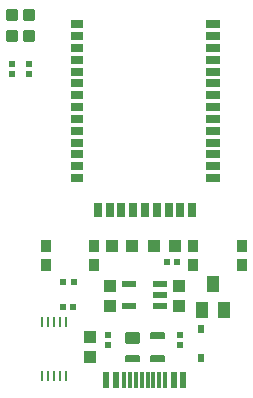
<source format=gbr>
G04 EAGLE Gerber RS-274X export*
G75*
%MOMM*%
%FSLAX34Y34*%
%LPD*%
%INSolderpaste Top*%
%IPPOS*%
%AMOC8*
5,1,8,0,0,1.08239X$1,22.5*%
G01*
%ADD10R,1.200000X0.550000*%
%ADD11R,0.900000X1.000000*%
%ADD12C,0.300000*%
%ADD13R,0.600000X0.540000*%
%ADD14R,1.000000X1.100000*%
%ADD15R,0.600000X1.450000*%
%ADD16R,0.300000X1.450000*%
%ADD17R,1.000000X1.400000*%
%ADD18R,0.600000X0.800000*%
%ADD19R,0.540000X0.600000*%
%ADD20C,0.247500*%
%ADD21C,0.147500*%
%ADD22R,0.250000X0.875000*%
%ADD23R,1.100000X1.000000*%
%ADD24R,1.100000X0.635000*%
%ADD25R,0.635000X1.270000*%
%ADD26R,1.270000X0.635000*%


D10*
X139461Y139000D03*
X139461Y148500D03*
X139461Y158000D03*
X113459Y158000D03*
X113459Y139000D03*
D11*
X83930Y189980D03*
X83930Y173980D03*
X42930Y173980D03*
X42930Y189980D03*
D12*
X17610Y371310D02*
X10610Y371310D01*
X17610Y371310D02*
X17610Y364310D01*
X10610Y364310D01*
X10610Y371310D01*
X10610Y367160D02*
X17610Y367160D01*
X17610Y370010D02*
X10610Y370010D01*
X10610Y388850D02*
X17610Y388850D01*
X17610Y381850D01*
X10610Y381850D01*
X10610Y388850D01*
X10610Y384700D02*
X17610Y384700D01*
X17610Y387550D02*
X10610Y387550D01*
X25220Y371310D02*
X32220Y371310D01*
X32220Y364310D01*
X25220Y364310D01*
X25220Y371310D01*
X25220Y367160D02*
X32220Y367160D01*
X32220Y370010D02*
X25220Y370010D01*
X25220Y388850D02*
X32220Y388850D01*
X32220Y381850D01*
X25220Y381850D01*
X25220Y388850D01*
X25220Y384700D02*
X32220Y384700D01*
X32220Y387550D02*
X25220Y387550D01*
D13*
X28640Y344310D03*
X28640Y335670D03*
X14190Y344310D03*
X14190Y335670D03*
D14*
X155960Y139000D03*
X155960Y156000D03*
X96960Y139000D03*
X96960Y156000D03*
D11*
X208720Y189980D03*
X208720Y173980D03*
X167720Y173980D03*
X167720Y189980D03*
D15*
X93960Y76450D03*
X101960Y76450D03*
D16*
X123960Y76450D03*
X118960Y76450D03*
X113960Y76450D03*
X108960Y76450D03*
X128960Y76450D03*
X133960Y76450D03*
X138960Y76450D03*
X143960Y76450D03*
D15*
X150960Y76450D03*
X158960Y76450D03*
D13*
X95460Y114820D03*
X95460Y106180D03*
X156460Y114820D03*
X156460Y106180D03*
D17*
X184460Y157500D03*
X193960Y135500D03*
X174960Y135500D03*
D18*
X174460Y95000D03*
X174460Y120000D03*
D19*
X65780Y138500D03*
X57140Y138500D03*
D20*
X110947Y108387D02*
X120873Y108387D01*
X110947Y108387D02*
X110947Y115813D01*
X120873Y115813D01*
X120873Y108387D01*
X120873Y110738D02*
X110947Y110738D01*
X110947Y113089D02*
X120873Y113089D01*
X120873Y115440D02*
X110947Y115440D01*
D21*
X110447Y92687D02*
X121373Y92687D01*
X110447Y92687D02*
X110447Y97113D01*
X121373Y97113D01*
X121373Y92687D01*
X121373Y94088D02*
X110447Y94088D01*
X110447Y95489D02*
X121373Y95489D01*
X121373Y96890D02*
X110447Y96890D01*
X131547Y92687D02*
X142473Y92687D01*
X131547Y92687D02*
X131547Y97113D01*
X142473Y97113D01*
X142473Y92687D01*
X142473Y94088D02*
X131547Y94088D01*
X131547Y95489D02*
X142473Y95489D01*
X142473Y96890D02*
X131547Y96890D01*
X131547Y111887D02*
X142473Y111887D01*
X131547Y111887D02*
X131547Y116313D01*
X142473Y116313D01*
X142473Y111887D01*
X142473Y113288D02*
X131547Y113288D01*
X131547Y114689D02*
X142473Y114689D01*
X142473Y116090D02*
X131547Y116090D01*
D22*
X39460Y79875D03*
X44460Y79875D03*
X49460Y79875D03*
X54460Y79875D03*
X59460Y79875D03*
X59460Y125125D03*
X54460Y125125D03*
X49460Y125125D03*
X44460Y125125D03*
X39460Y125125D03*
D14*
X80460Y96000D03*
X80460Y113000D03*
D19*
X145290Y176070D03*
X153930Y176070D03*
D23*
X151760Y189710D03*
X134760Y189710D03*
D19*
X57650Y159260D03*
X66290Y159260D03*
D23*
X98840Y189710D03*
X115840Y189710D03*
D24*
X69230Y377470D03*
X69230Y367470D03*
X69230Y357470D03*
X69230Y347470D03*
X69230Y337470D03*
X69230Y327470D03*
X69230Y317470D03*
X69230Y307470D03*
X69230Y297470D03*
X69230Y287470D03*
X69230Y277470D03*
X69230Y267470D03*
X69230Y257470D03*
X69230Y247470D03*
D25*
X86730Y219970D03*
X96730Y219970D03*
X106730Y219970D03*
X116730Y219970D03*
X126730Y219970D03*
X136730Y219970D03*
X146730Y219970D03*
X156730Y219970D03*
X166730Y219970D03*
D26*
X184230Y247470D03*
X184230Y257470D03*
X184230Y267470D03*
X184230Y277470D03*
X184230Y287470D03*
X184230Y297470D03*
X184230Y307470D03*
X184230Y317470D03*
X184230Y327470D03*
X184230Y337470D03*
X184230Y347470D03*
X184230Y357470D03*
X184230Y367470D03*
X184230Y377470D03*
M02*

</source>
